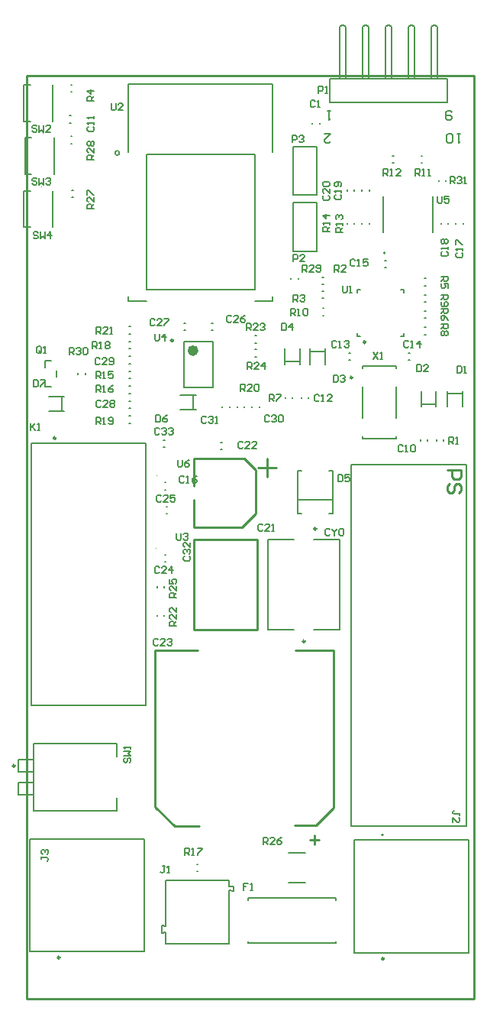
<source format=gto>
G04*
G04 #@! TF.GenerationSoftware,Altium Limited,Altium Designer,20.2.8 (258)*
G04*
G04 Layer_Color=65535*
%FSLAX25Y25*%
%MOIN*%
G70*
G04*
G04 #@! TF.SameCoordinates,1A047D9A-836D-465F-8526-38319891AFC0*
G04*
G04*
G04 #@! TF.FilePolarity,Positive*
G04*
G01*
G75*
%ADD10C,0.00500*%
%ADD11C,0.00394*%
%ADD12C,0.00984*%
%ADD13C,0.00787*%
%ADD14C,0.02362*%
%ADD15C,0.01000*%
%ADD16C,0.00600*%
D10*
X555539Y466319D02*
G03*
X555539Y466319I-984J0D01*
G01*
X614595Y401850D02*
X622469D01*
Y403819D01*
X559476Y401850D02*
X567350D01*
X559476D02*
Y403819D01*
X622469Y466811D02*
Y496339D01*
X559476D02*
X622469D01*
X559476Y466811D02*
Y496339D01*
X567350Y406732D02*
Y465787D01*
Y406732D02*
X614595D01*
Y465787D01*
X567350D02*
X614595D01*
X629457Y161114D02*
X636543D01*
X629457Y147886D02*
X636543D01*
X656539Y172760D02*
X706933D01*
X656539D02*
Y330240D01*
X706933D01*
Y172760D02*
Y330240D01*
X692317Y431646D02*
Y447354D01*
X670683Y431646D02*
Y447354D01*
X700001Y453000D02*
Y456000D01*
X701501D01*
X702001Y455500D01*
Y454500D01*
X701501Y454000D01*
X700001D01*
X701001D02*
X702001Y453000D01*
X703000Y455500D02*
X703500Y456000D01*
X704500D01*
X704999Y455500D01*
Y455000D01*
X704500Y454500D01*
X704000D01*
X704500D01*
X704999Y454000D01*
Y453500D01*
X704500Y453000D01*
X703500D01*
X703000Y453500D01*
X705999Y453000D02*
X706999D01*
X706499D01*
Y456000D01*
X705999Y455500D01*
X552001Y487999D02*
Y485500D01*
X552501Y485001D01*
X553500D01*
X554000Y485500D01*
Y487999D01*
X556999Y485001D02*
X555000D01*
X556999Y487000D01*
Y487500D01*
X556499Y487999D01*
X555500D01*
X555000Y487500D01*
X581001Y332500D02*
Y330000D01*
X581501Y329501D01*
X582500D01*
X583000Y330000D01*
Y332500D01*
X585999D02*
X585000Y332000D01*
X584000Y331000D01*
Y330000D01*
X584500Y329501D01*
X585499D01*
X585999Y330000D01*
Y330500D01*
X585499Y331000D01*
X584000D01*
X704149Y177500D02*
Y178499D01*
Y178000D01*
X701650D01*
X701150Y178499D01*
Y178999D01*
X701650Y179499D01*
X701150Y174501D02*
Y176500D01*
X703149Y174501D01*
X703649D01*
X704149Y175001D01*
Y176000D01*
X703649Y176500D01*
X618300Y164700D02*
Y167699D01*
X619800D01*
X620299Y167199D01*
Y166200D01*
X619800Y165700D01*
X618300D01*
X619300D02*
X620299Y164700D01*
X623298D02*
X621299D01*
X623298Y166699D01*
Y167199D01*
X622798Y167699D01*
X621799D01*
X621299Y167199D01*
X626297Y167699D02*
X625298Y167199D01*
X624298Y166200D01*
Y165200D01*
X624798Y164700D01*
X625798D01*
X626297Y165200D01*
Y165700D01*
X625798Y166200D01*
X624298D01*
X520001Y431500D02*
X519501Y431999D01*
X518501D01*
X518001Y431500D01*
Y431000D01*
X518501Y430500D01*
X519501D01*
X520001Y430000D01*
Y429500D01*
X519501Y429001D01*
X518501D01*
X518001Y429500D01*
X521000Y431999D02*
Y429001D01*
X522000Y430000D01*
X523000Y429001D01*
Y431999D01*
X525499Y429001D02*
Y431999D01*
X523999Y430500D01*
X525999D01*
X519501Y455000D02*
X519001Y455500D01*
X518001D01*
X517501Y455000D01*
Y454500D01*
X518001Y454000D01*
X519001D01*
X519501Y453500D01*
Y453000D01*
X519001Y452500D01*
X518001D01*
X517501Y453000D01*
X520500Y455500D02*
Y452500D01*
X521500Y453500D01*
X522500Y452500D01*
Y455500D01*
X523499Y455000D02*
X523999Y455500D01*
X524999D01*
X525499Y455000D01*
Y454500D01*
X524999Y454000D01*
X524499D01*
X524999D01*
X525499Y453500D01*
Y453000D01*
X524999Y452500D01*
X523999D01*
X523499Y453000D01*
X533600Y378500D02*
Y381499D01*
X535100D01*
X535599Y380999D01*
Y379999D01*
X535100Y379500D01*
X533600D01*
X534600D02*
X535599Y378500D01*
X536599Y380999D02*
X537099Y381499D01*
X538098D01*
X538598Y380999D01*
Y380499D01*
X538098Y379999D01*
X537599D01*
X538098D01*
X538598Y379500D01*
Y379000D01*
X538098Y378500D01*
X537099D01*
X536599Y379000D01*
X539598Y380999D02*
X540098Y381499D01*
X541098D01*
X541597Y380999D01*
Y379000D01*
X541098Y378500D01*
X540098D01*
X539598Y379000D01*
Y380999D01*
X635501Y414501D02*
Y417499D01*
X637001D01*
X637501Y417000D01*
Y416000D01*
X637001Y415500D01*
X635501D01*
X636501D02*
X637501Y414501D01*
X640500D02*
X638500D01*
X640500Y416500D01*
Y417000D01*
X640000Y417499D01*
X639000D01*
X638500Y417000D01*
X641499Y415000D02*
X641999Y414501D01*
X642999D01*
X643499Y415000D01*
Y417000D01*
X642999Y417499D01*
X641999D01*
X641499Y417000D01*
Y416500D01*
X641999Y416000D01*
X643499D01*
X544499Y463501D02*
X541501D01*
Y465001D01*
X542000Y465501D01*
X543000D01*
X543500Y465001D01*
Y463501D01*
Y464501D02*
X544499Y465501D01*
Y468500D02*
Y466500D01*
X542500Y468500D01*
X542000D01*
X541501Y468000D01*
Y467000D01*
X542000Y466500D01*
Y469499D02*
X541501Y469999D01*
Y470999D01*
X542000Y471499D01*
X542500D01*
X543000Y470999D01*
X543500Y471499D01*
X544000D01*
X544499Y470999D01*
Y469999D01*
X544000Y469499D01*
X543500D01*
X543000Y469999D01*
X542500Y469499D01*
X542000D01*
X543000Y469999D02*
Y470999D01*
X544499Y442001D02*
X541501D01*
Y443501D01*
X542000Y444001D01*
X543000D01*
X543500Y443501D01*
Y442001D01*
Y443001D02*
X544499Y444001D01*
Y447000D02*
Y445000D01*
X542500Y447000D01*
X542000D01*
X541501Y446500D01*
Y445500D01*
X542000Y445000D01*
X541501Y447999D02*
Y449999D01*
X542000D01*
X544000Y447999D01*
X544499D01*
X517900Y367199D02*
Y364200D01*
X519399D01*
X519899Y364700D01*
Y366699D01*
X519399Y367199D01*
X517900D01*
X520899D02*
X522898D01*
Y366699D01*
X520899Y364700D01*
Y364200D01*
X573001Y346000D02*
X572501Y346499D01*
X571501D01*
X571001Y346000D01*
Y344000D01*
X571501Y343500D01*
X572501D01*
X573001Y344000D01*
X574000Y346000D02*
X574500Y346499D01*
X575500D01*
X576000Y346000D01*
Y345500D01*
X575500Y345000D01*
X575000D01*
X575500D01*
X576000Y344500D01*
Y344000D01*
X575500Y343500D01*
X574500D01*
X574000Y344000D01*
X576999Y346000D02*
X577499Y346499D01*
X578499D01*
X578999Y346000D01*
Y345500D01*
X578499Y345000D01*
X577999D01*
X578499D01*
X578999Y344500D01*
Y344000D01*
X578499Y343500D01*
X577499D01*
X576999Y344000D01*
X694501Y447500D02*
Y445000D01*
X695001Y444500D01*
X696000D01*
X696500Y445000D01*
Y447500D01*
X699499D02*
X697500D01*
Y446000D01*
X698499Y446500D01*
X698999D01*
X699499Y446000D01*
Y445000D01*
X698999Y444500D01*
X698000D01*
X697500Y445000D01*
X571001Y387499D02*
Y385000D01*
X571501Y384501D01*
X572500D01*
X573000Y385000D01*
Y387499D01*
X575499Y384501D02*
Y387499D01*
X574000Y386000D01*
X575999D01*
X580501Y300500D02*
Y298000D01*
X581001Y297500D01*
X582000D01*
X582500Y298000D01*
Y300500D01*
X583500Y300000D02*
X584000Y300500D01*
X584999D01*
X585499Y300000D01*
Y299500D01*
X584999Y299000D01*
X584500D01*
X584999D01*
X585499Y298500D01*
Y298000D01*
X584999Y297500D01*
X584000D01*
X583500Y298000D01*
X580500Y272501D02*
X577500D01*
Y274001D01*
X578000Y274501D01*
X579000D01*
X579500Y274001D01*
Y272501D01*
Y273501D02*
X580500Y274501D01*
Y277500D02*
Y275500D01*
X578500Y277500D01*
X578000D01*
X577500Y277000D01*
Y276000D01*
X578000Y275500D01*
X577500Y280499D02*
Y278499D01*
X579000D01*
X578500Y279499D01*
Y279999D01*
X579000Y280499D01*
X580000D01*
X580500Y279999D01*
Y278999D01*
X580000Y278499D01*
X611501Y372001D02*
Y374999D01*
X613001D01*
X613501Y374500D01*
Y373500D01*
X613001Y373000D01*
X611501D01*
X612501D02*
X613501Y372001D01*
X616500D02*
X614500D01*
X616500Y374000D01*
Y374500D01*
X616000Y374999D01*
X615000D01*
X614500Y374500D01*
X618999Y372001D02*
Y374999D01*
X617499Y373500D01*
X619499D01*
X611001Y389001D02*
Y392000D01*
X612501D01*
X613001Y391500D01*
Y390500D01*
X612501Y390000D01*
X611001D01*
X612001D02*
X613001Y389001D01*
X616000D02*
X614000D01*
X616000Y391000D01*
Y391500D01*
X615500Y392000D01*
X614500D01*
X614000Y391500D01*
X616999D02*
X617499Y392000D01*
X618499D01*
X618999Y391500D01*
Y391000D01*
X618499Y390500D01*
X617999D01*
X618499D01*
X618999Y390000D01*
Y389500D01*
X618499Y389001D01*
X617499D01*
X616999Y389500D01*
X580500Y260001D02*
X577500D01*
Y261501D01*
X578000Y262001D01*
X579000D01*
X579500Y261501D01*
Y260001D01*
Y261001D02*
X580500Y262001D01*
Y265000D02*
Y263000D01*
X578500Y265000D01*
X578000D01*
X577500Y264500D01*
Y263500D01*
X578000Y263000D01*
X580500Y267999D02*
Y265999D01*
X578500Y267999D01*
X578000D01*
X577500Y267499D01*
Y266499D01*
X578000Y265999D01*
X545501Y387501D02*
Y390499D01*
X547001D01*
X547501Y390000D01*
Y389000D01*
X547001Y388500D01*
X545501D01*
X546501D02*
X547501Y387501D01*
X550499D02*
X548500D01*
X550499Y389500D01*
Y390000D01*
X550000Y390499D01*
X549000D01*
X548500Y390000D01*
X551499Y387501D02*
X552499D01*
X551999D01*
Y390499D01*
X551499Y390000D01*
X608501Y362501D02*
Y365499D01*
X610001D01*
X610501Y365000D01*
Y364000D01*
X610001Y363500D01*
X608501D01*
X609501D02*
X610501Y362501D01*
X613500D02*
X611500D01*
X613500Y364500D01*
Y365000D01*
X613000Y365499D01*
X612000D01*
X611500Y365000D01*
X614499D02*
X614999Y365499D01*
X615999D01*
X616499Y365000D01*
Y363000D01*
X615999Y362501D01*
X614999D01*
X614499Y363000D01*
Y365000D01*
X545251Y348001D02*
Y350999D01*
X546751D01*
X547251Y350500D01*
Y349500D01*
X546751Y349000D01*
X545251D01*
X546251D02*
X547251Y348001D01*
X548250D02*
X549250D01*
X548750D01*
Y350999D01*
X548250Y350500D01*
X550749Y348500D02*
X551249Y348001D01*
X552249D01*
X552749Y348500D01*
Y350500D01*
X552249Y350999D01*
X551249D01*
X550749Y350500D01*
Y350000D01*
X551249Y349500D01*
X552749D01*
X543751Y381000D02*
Y383999D01*
X545251D01*
X545751Y383500D01*
Y382500D01*
X545251Y382000D01*
X543751D01*
X544751D02*
X545751Y381000D01*
X546750D02*
X547750D01*
X547250D01*
Y383999D01*
X546750Y383500D01*
X549249D02*
X549749Y383999D01*
X550749D01*
X551249Y383500D01*
Y383000D01*
X550749Y382500D01*
X551249Y382000D01*
Y381500D01*
X550749Y381000D01*
X549749D01*
X549249Y381500D01*
Y382000D01*
X549749Y382500D01*
X549249Y383000D01*
Y383500D01*
X549749Y382500D02*
X550749D01*
X584100Y160100D02*
Y163099D01*
X585600D01*
X586099Y162599D01*
Y161600D01*
X585600Y161100D01*
X584100D01*
X585100D02*
X586099Y160100D01*
X587099D02*
X588099D01*
X587599D01*
Y163099D01*
X587099Y162599D01*
X589598Y163099D02*
X591598D01*
Y162599D01*
X589598Y160600D01*
Y160100D01*
X545251Y362000D02*
Y365000D01*
X546751D01*
X547251Y364500D01*
Y363500D01*
X546751Y363000D01*
X545251D01*
X546251D02*
X547251Y362000D01*
X548250D02*
X549250D01*
X548750D01*
Y365000D01*
X548250Y364500D01*
X552749Y365000D02*
X551749Y364500D01*
X550749Y363500D01*
Y362500D01*
X551249Y362000D01*
X552249D01*
X552749Y362500D01*
Y363000D01*
X552249Y363500D01*
X550749D01*
X545251Y368001D02*
Y371000D01*
X546751D01*
X547251Y370500D01*
Y369500D01*
X546751Y369000D01*
X545251D01*
X546251D02*
X547251Y368001D01*
X548250D02*
X549250D01*
X548750D01*
Y371000D01*
X548250Y370500D01*
X552749Y371000D02*
X550749D01*
Y369500D01*
X551749Y370000D01*
X552249D01*
X552749Y369500D01*
Y368500D01*
X552249Y368001D01*
X551249D01*
X550749Y368500D01*
X647293Y432058D02*
X644293D01*
Y433558D01*
X644793Y434058D01*
X645793D01*
X646293Y433558D01*
Y432058D01*
Y433058D02*
X647293Y434058D01*
Y435057D02*
Y436057D01*
Y435557D01*
X644293D01*
X644793Y435057D01*
X647293Y439056D02*
X644293D01*
X645793Y437556D01*
Y439556D01*
X653007Y431858D02*
X650007D01*
Y433358D01*
X650507Y433857D01*
X651507D01*
X652007Y433358D01*
Y431858D01*
Y432858D02*
X653007Y433857D01*
Y434857D02*
Y435857D01*
Y435357D01*
X650007D01*
X650507Y434857D01*
Y437356D02*
X650007Y437856D01*
Y438856D01*
X650507Y439356D01*
X651007D01*
X651507Y438856D01*
Y438356D01*
Y438856D01*
X652007Y439356D01*
X652507D01*
X653007Y438856D01*
Y437856D01*
X652507Y437356D01*
X670751Y456500D02*
Y459500D01*
X672251D01*
X672751Y459000D01*
Y458000D01*
X672251Y457500D01*
X670751D01*
X671751D02*
X672751Y456500D01*
X673750D02*
X674750D01*
X674250D01*
Y459500D01*
X673750Y459000D01*
X678249Y456500D02*
X676249D01*
X678249Y458500D01*
Y459000D01*
X677749Y459500D01*
X676749D01*
X676249Y459000D01*
X684751Y456500D02*
Y459500D01*
X686251D01*
X686750Y459000D01*
Y458000D01*
X686251Y457500D01*
X684751D01*
X685751D02*
X686750Y456500D01*
X687750D02*
X688750D01*
X688250D01*
Y459500D01*
X687750Y459000D01*
X690249Y456500D02*
X691249D01*
X690749D01*
Y459500D01*
X690249Y459000D01*
X521399Y379500D02*
Y381499D01*
X520899Y381999D01*
X519900D01*
X519400Y381499D01*
Y379500D01*
X519900Y379000D01*
X520899D01*
X520400Y380000D02*
X521399Y379000D01*
X520899D02*
X521399Y379500D01*
X522399Y379000D02*
X523399D01*
X522899D01*
Y381999D01*
X522399Y381499D01*
X631001Y471000D02*
Y474000D01*
X632500D01*
X633000Y473500D01*
Y472500D01*
X632500Y472000D01*
X631001D01*
X634000Y473500D02*
X634500Y474000D01*
X635499D01*
X635999Y473500D01*
Y473000D01*
X635499Y472500D01*
X635000D01*
X635499D01*
X635999Y472000D01*
Y471500D01*
X635499Y471000D01*
X634500D01*
X634000Y471500D01*
X631501Y419000D02*
Y422000D01*
X633000D01*
X633500Y421500D01*
Y420500D01*
X633000Y420000D01*
X631501D01*
X636499Y419000D02*
X634500D01*
X636499Y421000D01*
Y421500D01*
X635999Y422000D01*
X635000D01*
X634500Y421500D01*
X516700Y348399D02*
Y345400D01*
Y346400D01*
X518699Y348399D01*
X517200Y346900D01*
X518699Y345400D01*
X519699D02*
X520699D01*
X520199D01*
Y348399D01*
X519699Y347899D01*
X521500Y159500D02*
Y158501D01*
Y159000D01*
X524000D01*
X524500Y158501D01*
Y158001D01*
X524000Y157501D01*
X522000Y160500D02*
X521500Y161000D01*
Y161999D01*
X522000Y162499D01*
X522500D01*
X523000Y161999D01*
Y161500D01*
Y161999D01*
X523500Y162499D01*
X524000D01*
X524500Y161999D01*
Y161000D01*
X524000Y160500D01*
X575499Y155299D02*
X574500D01*
X575000D01*
Y152800D01*
X574500Y152300D01*
X574000D01*
X573500Y152800D01*
X576499Y152300D02*
X577499D01*
X576999D01*
Y155299D01*
X576499Y154799D01*
X611799Y147699D02*
X609800D01*
Y146200D01*
X610800D01*
X609800D01*
Y144700D01*
X612799D02*
X613799D01*
X613299D01*
Y147699D01*
X612799Y147199D01*
X571501Y351999D02*
Y349001D01*
X573000D01*
X573500Y349500D01*
Y351500D01*
X573000Y351999D01*
X571501D01*
X576499D02*
X575499Y351500D01*
X574500Y350500D01*
Y349500D01*
X575000Y349001D01*
X575999D01*
X576499Y349500D01*
Y350000D01*
X575999Y350500D01*
X574500D01*
X651001Y325999D02*
Y323001D01*
X652500D01*
X653000Y323500D01*
Y325500D01*
X652500Y325999D01*
X651001D01*
X655999D02*
X654000D01*
Y324500D01*
X654999Y325000D01*
X655499D01*
X655999Y324500D01*
Y323500D01*
X655499Y323001D01*
X654500D01*
X654000Y323500D01*
X647501Y302000D02*
X647001Y302500D01*
X646001D01*
X645501Y302000D01*
Y300000D01*
X646001Y299500D01*
X647001D01*
X647501Y300000D01*
X648500Y302500D02*
Y302000D01*
X649500Y301000D01*
X650500Y302000D01*
Y302500D01*
X649500Y301000D02*
Y299500D01*
X651499Y302000D02*
X651999Y302500D01*
X652999D01*
X653499Y302000D01*
Y300000D01*
X652999Y299500D01*
X651999D01*
X651499Y300000D01*
Y302000D01*
X584000Y290501D02*
X583500Y290001D01*
Y289001D01*
X584000Y288501D01*
X586000D01*
X586500Y289001D01*
Y290001D01*
X586000Y290501D01*
X584000Y291500D02*
X583500Y292000D01*
Y293000D01*
X584000Y293500D01*
X584500D01*
X585000Y293000D01*
Y292500D01*
Y293000D01*
X585500Y293500D01*
X586000D01*
X586500Y293000D01*
Y292000D01*
X586000Y291500D01*
X586500Y296499D02*
Y294499D01*
X584500Y296499D01*
X584000D01*
X583500Y295999D01*
Y294999D01*
X584000Y294499D01*
X593501Y351000D02*
X593001Y351500D01*
X592001D01*
X591501Y351000D01*
Y349000D01*
X592001Y348500D01*
X593001D01*
X593501Y349000D01*
X594500Y351000D02*
X595000Y351500D01*
X596000D01*
X596499Y351000D01*
Y350500D01*
X596000Y350000D01*
X595500D01*
X596000D01*
X596499Y349500D01*
Y349000D01*
X596000Y348500D01*
X595000D01*
X594500Y349000D01*
X597499Y348500D02*
X598499D01*
X597999D01*
Y351500D01*
X597499Y351000D01*
X621001Y351500D02*
X620501Y351999D01*
X619501D01*
X619001Y351500D01*
Y349500D01*
X619501Y349001D01*
X620501D01*
X621001Y349500D01*
X622000Y351500D02*
X622500Y351999D01*
X623500D01*
X624000Y351500D01*
Y351000D01*
X623500Y350500D01*
X623000D01*
X623500D01*
X624000Y350000D01*
Y349500D01*
X623500Y349001D01*
X622500D01*
X622000Y349500D01*
X624999Y351500D02*
X625499Y351999D01*
X626499D01*
X626999Y351500D01*
Y349500D01*
X626499Y349001D01*
X625499D01*
X624999Y349500D01*
Y351500D01*
X547001Y376500D02*
X546501Y376999D01*
X545501D01*
X545001Y376500D01*
Y374500D01*
X545501Y374001D01*
X546501D01*
X547001Y374500D01*
X550000Y374001D02*
X548000D01*
X550000Y376000D01*
Y376500D01*
X549500Y376999D01*
X548500D01*
X548000Y376500D01*
X550999Y374500D02*
X551499Y374001D01*
X552499D01*
X552999Y374500D01*
Y376500D01*
X552499Y376999D01*
X551499D01*
X550999Y376500D01*
Y376000D01*
X551499Y375500D01*
X552999D01*
X547501Y358000D02*
X547001Y358500D01*
X546001D01*
X545501Y358000D01*
Y356000D01*
X546001Y355501D01*
X547001D01*
X547501Y356000D01*
X550500Y355501D02*
X548500D01*
X550500Y357500D01*
Y358000D01*
X550000Y358500D01*
X549000D01*
X548500Y358000D01*
X551499D02*
X551999Y358500D01*
X552999D01*
X553499Y358000D01*
Y357500D01*
X552999Y357000D01*
X553499Y356500D01*
Y356000D01*
X552999Y355501D01*
X551999D01*
X551499Y356000D01*
Y356500D01*
X551999Y357000D01*
X551499Y357500D01*
Y358000D01*
X551999Y357000D02*
X552999D01*
X571001Y393500D02*
X570501Y394000D01*
X569501D01*
X569001Y393500D01*
Y391500D01*
X569501Y391001D01*
X570501D01*
X571001Y391500D01*
X574000Y391001D02*
X572000D01*
X574000Y393000D01*
Y393500D01*
X573500Y394000D01*
X572500D01*
X572000Y393500D01*
X574999Y394000D02*
X576999D01*
Y393500D01*
X574999Y391500D01*
Y391001D01*
X604501Y395000D02*
X604001Y395499D01*
X603001D01*
X602501Y395000D01*
Y393000D01*
X603001Y392500D01*
X604001D01*
X604501Y393000D01*
X607500Y392500D02*
X605500D01*
X607500Y394500D01*
Y395000D01*
X607000Y395499D01*
X606000D01*
X605500Y395000D01*
X610499Y395499D02*
X609499Y395000D01*
X608499Y394000D01*
Y393000D01*
X608999Y392500D01*
X609999D01*
X610499Y393000D01*
Y393500D01*
X609999Y394000D01*
X608499D01*
X573779Y316568D02*
X573279Y317068D01*
X572279D01*
X571779Y316568D01*
Y314569D01*
X572279Y314069D01*
X573279D01*
X573779Y314569D01*
X576778Y314069D02*
X574778D01*
X576778Y316068D01*
Y316568D01*
X576278Y317068D01*
X575278D01*
X574778Y316568D01*
X579777Y317068D02*
X577777D01*
Y315568D01*
X578777Y316068D01*
X579277D01*
X579777Y315568D01*
Y314569D01*
X579277Y314069D01*
X578277D01*
X577777Y314569D01*
X573001Y285500D02*
X572501Y285999D01*
X571501D01*
X571001Y285500D01*
Y283500D01*
X571501Y283000D01*
X572501D01*
X573001Y283500D01*
X576000Y283000D02*
X574000D01*
X576000Y285000D01*
Y285500D01*
X575500Y285999D01*
X574500D01*
X574000Y285500D01*
X578499Y283000D02*
Y285999D01*
X576999Y284500D01*
X578999D01*
X572501Y254000D02*
X572001Y254500D01*
X571001D01*
X570501Y254000D01*
Y252000D01*
X571001Y251501D01*
X572001D01*
X572501Y252000D01*
X575500Y251501D02*
X573500D01*
X575500Y253500D01*
Y254000D01*
X575000Y254500D01*
X574000D01*
X573500Y254000D01*
X576499D02*
X576999Y254500D01*
X577999D01*
X578499Y254000D01*
Y253500D01*
X577999Y253000D01*
X577499D01*
X577999D01*
X578499Y252500D01*
Y252000D01*
X577999Y251501D01*
X576999D01*
X576499Y252000D01*
X609501Y340000D02*
X609001Y340499D01*
X608001D01*
X607501Y340000D01*
Y338000D01*
X608001Y337501D01*
X609001D01*
X609501Y338000D01*
X612500Y337501D02*
X610500D01*
X612500Y339500D01*
Y340000D01*
X612000Y340499D01*
X611000D01*
X610500Y340000D01*
X615499Y337501D02*
X613499D01*
X615499Y339500D01*
Y340000D01*
X614999Y340499D01*
X613999D01*
X613499Y340000D01*
X618162Y304000D02*
X617662Y304500D01*
X616662D01*
X616163Y304000D01*
Y302000D01*
X616662Y301501D01*
X617662D01*
X618162Y302000D01*
X621161Y301501D02*
X619162D01*
X621161Y303500D01*
Y304000D01*
X620661Y304500D01*
X619661D01*
X619162Y304000D01*
X622161Y301501D02*
X623160D01*
X622660D01*
Y304500D01*
X622161Y304000D01*
X644793Y447701D02*
X644293Y447201D01*
Y446201D01*
X644793Y445701D01*
X646793D01*
X647293Y446201D01*
Y447201D01*
X646793Y447701D01*
X647293Y450700D02*
Y448700D01*
X645293Y450700D01*
X644793D01*
X644293Y450200D01*
Y449200D01*
X644793Y448700D01*
Y451699D02*
X644293Y452199D01*
Y453199D01*
X644793Y453699D01*
X646793D01*
X647293Y453199D01*
Y452199D01*
X646793Y451699D01*
X644793D01*
X650000Y448051D02*
X649501Y447551D01*
Y446551D01*
X650000Y446051D01*
X652000D01*
X652499Y446551D01*
Y447551D01*
X652000Y448051D01*
X652499Y449050D02*
Y450050D01*
Y449550D01*
X649501D01*
X650000Y449050D01*
X652000Y451549D02*
X652499Y452049D01*
Y453049D01*
X652000Y453549D01*
X650000D01*
X649501Y453049D01*
Y452049D01*
X650000Y451549D01*
X650500D01*
X651000Y452049D01*
Y453549D01*
X696500Y423251D02*
X696000Y422751D01*
Y421751D01*
X696500Y421251D01*
X698500D01*
X699000Y421751D01*
Y422751D01*
X698500Y423251D01*
X699000Y424250D02*
Y425250D01*
Y424750D01*
X696000D01*
X696500Y424250D01*
Y426749D02*
X696000Y427249D01*
Y428249D01*
X696500Y428749D01*
X697000D01*
X697500Y428249D01*
X698000Y428749D01*
X698500D01*
X699000Y428249D01*
Y427249D01*
X698500Y426749D01*
X698000D01*
X697500Y427249D01*
X697000Y426749D01*
X696500D01*
X697500Y427249D02*
Y428249D01*
X703000Y422751D02*
X702500Y422251D01*
Y421251D01*
X703000Y420751D01*
X705000D01*
X705500Y421251D01*
Y422251D01*
X705000Y422751D01*
X705500Y423750D02*
Y424750D01*
Y424250D01*
X702500D01*
X703000Y423750D01*
X702500Y426249D02*
Y428249D01*
X703000D01*
X705000Y426249D01*
X705500D01*
X666501Y379500D02*
X668500Y376501D01*
Y379500D02*
X666501Y376501D01*
X669500D02*
X670499D01*
X670000D01*
Y379500D01*
X669500Y379000D01*
X653001Y408499D02*
Y406000D01*
X653501Y405501D01*
X654500D01*
X655000Y406000D01*
Y408499D01*
X656000Y405501D02*
X656999D01*
X656499D01*
Y408499D01*
X656000Y408000D01*
X519501Y478000D02*
X519001Y478500D01*
X518001D01*
X517501Y478000D01*
Y477500D01*
X518001Y477000D01*
X519001D01*
X519501Y476500D01*
Y476000D01*
X519001Y475500D01*
X518001D01*
X517501Y476000D01*
X520500Y478500D02*
Y475500D01*
X521500Y476500D01*
X522500Y475500D01*
Y478500D01*
X525499Y475500D02*
X523499D01*
X525499Y477500D01*
Y478000D01*
X524999Y478500D01*
X523999D01*
X523499Y478000D01*
X558000Y202501D02*
X557501Y202001D01*
Y201001D01*
X558000Y200501D01*
X558500D01*
X559000Y201001D01*
Y202001D01*
X559500Y202501D01*
X560000D01*
X560499Y202001D01*
Y201001D01*
X560000Y200501D01*
X557501Y203500D02*
X560499D01*
X559500Y204500D01*
X560499Y205500D01*
X557501D01*
X560499Y206499D02*
Y207499D01*
Y206999D01*
X557501D01*
X558000Y206499D01*
X630251Y395500D02*
Y398499D01*
X631751D01*
X632251Y398000D01*
Y397000D01*
X631751Y396500D01*
X630251D01*
X631251D02*
X632251Y395500D01*
X633250D02*
X634250D01*
X633750D01*
Y398499D01*
X633250Y398000D01*
X635749D02*
X636249Y398499D01*
X637249D01*
X637749Y398000D01*
Y396000D01*
X637249Y395500D01*
X636249D01*
X635749Y396000D01*
Y398000D01*
X696000Y404396D02*
X699000D01*
Y402896D01*
X698500Y402396D01*
X697500D01*
X697000Y402896D01*
Y404396D01*
Y403396D02*
X696000Y402396D01*
X696500Y401397D02*
X696000Y400897D01*
Y399897D01*
X696500Y399397D01*
X698500D01*
X699000Y399897D01*
Y400897D01*
X698500Y401397D01*
X698000D01*
X697500Y400897D01*
Y399397D01*
X696000Y391689D02*
X699000D01*
Y390190D01*
X698500Y389690D01*
X697500D01*
X697000Y390190D01*
Y391689D01*
Y390689D02*
X696000Y389690D01*
X698500Y388690D02*
X699000Y388190D01*
Y387191D01*
X698500Y386691D01*
X698000D01*
X697500Y387191D01*
X697000Y386691D01*
X696500D01*
X696000Y387191D01*
Y388190D01*
X696500Y388690D01*
X697000D01*
X697500Y388190D01*
X698000Y388690D01*
X698500D01*
X697500Y388190D02*
Y387191D01*
X621001Y358000D02*
Y360999D01*
X622500D01*
X623000Y360500D01*
Y359500D01*
X622500Y359000D01*
X621001D01*
X622001D02*
X623000Y358000D01*
X624000Y360999D02*
X625999D01*
Y360500D01*
X624000Y358500D01*
Y358000D01*
X696000Y398499D02*
X699000D01*
Y397000D01*
X698500Y396500D01*
X697500D01*
X697000Y397000D01*
Y398499D01*
Y397499D02*
X696000Y396500D01*
X699000Y393501D02*
X698500Y394500D01*
X697500Y395500D01*
X696500D01*
X696000Y395000D01*
Y394001D01*
X696500Y393501D01*
X697000D01*
X697500Y394001D01*
Y395500D01*
X696000Y412499D02*
X699000D01*
Y411000D01*
X698500Y410500D01*
X697500D01*
X697000Y411000D01*
Y412499D01*
Y411500D02*
X696000Y410500D01*
X699000Y407501D02*
Y409500D01*
X697500D01*
X698000Y408500D01*
Y408001D01*
X697500Y407501D01*
X696500D01*
X696000Y408001D01*
Y409000D01*
X696500Y409500D01*
X544499Y489001D02*
X541501D01*
Y490500D01*
X542000Y491000D01*
X543000D01*
X543500Y490500D01*
Y489001D01*
Y490000D02*
X544499Y491000D01*
Y493499D02*
X541501D01*
X543000Y492000D01*
Y493999D01*
X631501Y401501D02*
Y404499D01*
X633000D01*
X633500Y404000D01*
Y403000D01*
X633000Y402500D01*
X631501D01*
X632501D02*
X633500Y401501D01*
X634500Y404000D02*
X635000Y404499D01*
X635999D01*
X636499Y404000D01*
Y403500D01*
X635999Y403000D01*
X635499D01*
X635999D01*
X636499Y402500D01*
Y402000D01*
X635999Y401501D01*
X635000D01*
X634500Y402000D01*
X649501Y414501D02*
Y417499D01*
X651000D01*
X651500Y417000D01*
Y416000D01*
X651000Y415500D01*
X649501D01*
X650500D02*
X651500Y414501D01*
X654499D02*
X652500D01*
X654499Y416500D01*
Y417000D01*
X653999Y417499D01*
X653000D01*
X652500Y417000D01*
X699501Y339500D02*
Y342499D01*
X701000D01*
X701500Y342000D01*
Y341000D01*
X701000Y340500D01*
X699501D01*
X700500D02*
X701500Y339500D01*
X702500D02*
X703499D01*
X702999D01*
Y342499D01*
X702500Y342000D01*
X642501Y492500D02*
Y495500D01*
X644000D01*
X644500Y495000D01*
Y494000D01*
X644000Y493500D01*
X642501D01*
X645500Y492500D02*
X646499D01*
X645999D01*
Y495500D01*
X645500Y495000D01*
X626501Y392000D02*
Y389001D01*
X628000D01*
X628500Y389500D01*
Y391500D01*
X628000Y392000D01*
X626501D01*
X630999Y389001D02*
Y392000D01*
X629500Y390500D01*
X631499D01*
X649001Y369499D02*
Y366500D01*
X650500D01*
X651000Y367000D01*
Y369000D01*
X650500Y369499D01*
X649001D01*
X652000Y369000D02*
X652500Y369499D01*
X653499D01*
X653999Y369000D01*
Y368500D01*
X653499Y368000D01*
X652999D01*
X653499D01*
X653999Y367500D01*
Y367000D01*
X653499Y366500D01*
X652500D01*
X652000Y367000D01*
X685501Y374000D02*
Y371001D01*
X687000D01*
X687500Y371500D01*
Y373500D01*
X687000Y374000D01*
X685501D01*
X690499Y371001D02*
X688500D01*
X690499Y373000D01*
Y373500D01*
X689999Y374000D01*
X689000D01*
X688500Y373500D01*
X703001Y373499D02*
Y370500D01*
X704500D01*
X705000Y371000D01*
Y373000D01*
X704500Y373499D01*
X703001D01*
X706000Y370500D02*
X706999D01*
X706499D01*
Y373499D01*
X706000Y373000D01*
X583751Y325000D02*
X583251Y325500D01*
X582251D01*
X581751Y325000D01*
Y323000D01*
X582251Y322500D01*
X583251D01*
X583751Y323000D01*
X584750Y322500D02*
X585750D01*
X585250D01*
Y325500D01*
X584750Y325000D01*
X589249Y325500D02*
X588249Y325000D01*
X587249Y324000D01*
Y323000D01*
X587749Y322500D01*
X588749D01*
X589249Y323000D01*
Y323500D01*
X588749Y324000D01*
X587249D01*
X658451Y419400D02*
X657951Y419900D01*
X656951D01*
X656451Y419400D01*
Y417400D01*
X656951Y416900D01*
X657951D01*
X658451Y417400D01*
X659450Y416900D02*
X660450D01*
X659950D01*
Y419900D01*
X659450Y419400D01*
X663949Y419900D02*
X661949D01*
Y418400D01*
X662949Y418900D01*
X663449D01*
X663949Y418400D01*
Y417400D01*
X663449Y416900D01*
X662449D01*
X661949Y417400D01*
X681751Y384000D02*
X681251Y384500D01*
X680251D01*
X679751Y384000D01*
Y382000D01*
X680251Y381501D01*
X681251D01*
X681751Y382000D01*
X682750Y381501D02*
X683750D01*
X683250D01*
Y384500D01*
X682750Y384000D01*
X686749Y381501D02*
Y384500D01*
X685249Y383000D01*
X687249D01*
X650251Y384000D02*
X649751Y384500D01*
X648751D01*
X648251Y384000D01*
Y382000D01*
X648751Y381501D01*
X649751D01*
X650251Y382000D01*
X651250Y381501D02*
X652250D01*
X651750D01*
Y384500D01*
X651250Y384000D01*
X653749D02*
X654249Y384500D01*
X655249D01*
X655749Y384000D01*
Y383500D01*
X655249Y383000D01*
X654749D01*
X655249D01*
X655749Y382500D01*
Y382000D01*
X655249Y381501D01*
X654249D01*
X653749Y382000D01*
X642751Y360500D02*
X642251Y360999D01*
X641251D01*
X640751Y360500D01*
Y358500D01*
X641251Y358000D01*
X642251D01*
X642751Y358500D01*
X643750Y358000D02*
X644750D01*
X644250D01*
Y360999D01*
X643750Y360500D01*
X648249Y358000D02*
X646249D01*
X648249Y360000D01*
Y360500D01*
X647749Y360999D01*
X646749D01*
X646249Y360500D01*
X542000Y477750D02*
X541501Y477251D01*
Y476251D01*
X542000Y475751D01*
X544000D01*
X544499Y476251D01*
Y477251D01*
X544000Y477750D01*
X544499Y478750D02*
Y479750D01*
Y479250D01*
X541501D01*
X542000Y478750D01*
X544499Y481249D02*
Y482249D01*
Y481749D01*
X541501D01*
X542000Y481249D01*
X679251Y338500D02*
X678751Y339000D01*
X677751D01*
X677251Y338500D01*
Y336500D01*
X677751Y336000D01*
X678751D01*
X679251Y336500D01*
X680250Y336000D02*
X681250D01*
X680750D01*
Y339000D01*
X680250Y338500D01*
X682749D02*
X683249Y339000D01*
X684249D01*
X684749Y338500D01*
Y336500D01*
X684249Y336000D01*
X683249D01*
X682749Y336500D01*
Y338500D01*
X640965Y488778D02*
X640465Y489278D01*
X639465D01*
X638965Y488778D01*
Y486779D01*
X639465Y486279D01*
X640465D01*
X640965Y486779D01*
X641964Y486279D02*
X642964D01*
X642464D01*
Y489278D01*
X641964Y488778D01*
D11*
X571760Y325488D02*
G03*
X571760Y325488I-197J0D01*
G01*
Y293988D02*
G03*
X571760Y293988I-197J0D01*
G01*
X521697Y497843D02*
G03*
X521697Y497843I-197J0D01*
G01*
X522197Y474843D02*
G03*
X522197Y474843I-197J0D01*
G01*
X521697Y451650D02*
G03*
X521697Y451650I-197J0D01*
G01*
D12*
X527728Y341949D02*
G03*
X527728Y341949I-492J0D01*
G01*
X670992Y114839D02*
G03*
X670992Y114839I-492J0D01*
G01*
X641492Y302358D02*
G03*
X641492Y302358I-492J0D01*
G01*
X636492Y253295D02*
G03*
X636492Y253295I-492J0D01*
G01*
X578976Y384531D02*
G03*
X578976Y384531I-492J0D01*
G01*
X529492Y115339D02*
G03*
X529492Y115339I-492J0D01*
G01*
X657287Y368327D02*
G03*
X657287Y368327I-492J0D01*
G01*
X663004Y383803D02*
G03*
X663004Y383803I-492J0D01*
G01*
X509894Y199000D02*
G03*
X509894Y199000I-492J0D01*
G01*
D13*
X670713Y168823D02*
G03*
X670713Y168823I-394J0D01*
G01*
X671529Y422669D02*
G03*
X671529Y422669I-394J0D01*
G01*
X698175Y454103D02*
Y454497D01*
X695025Y454103D02*
Y454497D01*
X684260Y498795D02*
Y521335D01*
X681740Y498795D02*
Y521335D01*
X683472Y522122D02*
X684260Y521335D01*
X681740D02*
X682528Y522122D01*
X683472D01*
X664260Y498795D02*
Y521335D01*
X661740Y498795D02*
Y521335D01*
X663472Y522122D02*
X664260Y521335D01*
X661740D02*
X662528Y522122D01*
X663472D01*
X652528D02*
X653472D01*
X651740Y521335D02*
X652528Y522122D01*
X653472D02*
X654260Y521335D01*
X651740Y498795D02*
Y521335D01*
X654260Y498795D02*
Y521335D01*
X698591Y488205D02*
Y498795D01*
X647409D02*
X698591D01*
X647409Y488205D02*
Y498795D01*
Y488205D02*
X698591D01*
X672528Y522122D02*
X673472D01*
X671740Y521335D02*
X672528Y522122D01*
X673472D02*
X674260Y521335D01*
X671740Y498795D02*
Y521335D01*
X674260Y498795D02*
Y521335D01*
X692528Y522122D02*
X693472D01*
X691740Y521335D02*
X692528Y522122D01*
X693472D02*
X694260Y521335D01*
X691740Y498795D02*
Y521335D01*
X694260Y498795D02*
Y521335D01*
X641795Y447909D02*
Y469091D01*
X631205Y447909D02*
X641795D01*
X631205D02*
Y469091D01*
X641795D01*
X576081Y312143D02*
X576475D01*
X576081Y308994D02*
X576475D01*
X575303Y291075D02*
X575697D01*
X575303Y287925D02*
X575697D01*
X567000Y225413D02*
Y339587D01*
X517000Y225413D02*
X567000D01*
X517000D02*
Y339587D01*
X567000D01*
X575303Y319425D02*
X575697D01*
X575303Y322575D02*
X575697D01*
X658000Y117398D02*
X707999D01*
Y166610D01*
X658001D02*
X707999D01*
X658000Y117398D02*
Y166610D01*
X574803Y341075D02*
X575197D01*
X574803Y337925D02*
X575197D01*
X599803Y336925D02*
X600197D01*
X599803Y340075D02*
X600197D01*
X702425Y435303D02*
Y435697D01*
X705575Y435303D02*
Y435697D01*
X699075Y435303D02*
Y435697D01*
X695925Y435303D02*
Y435697D01*
X540575Y369803D02*
Y370197D01*
X537425Y369803D02*
Y370197D01*
X524555Y353811D02*
X531445D01*
X524555Y360189D02*
X531445D01*
X530205Y354047D02*
Y359953D01*
X522941Y364252D02*
X525589D01*
X522941Y372535D02*
Y375748D01*
Y364252D02*
Y367465D01*
Y375748D02*
X525589D01*
X528059Y368795D02*
Y371205D01*
X575075Y276803D02*
Y277197D01*
X571925Y276803D02*
Y277197D01*
X575075Y264303D02*
Y264697D01*
X571925Y264303D02*
Y264697D01*
X633244Y309150D02*
Y327850D01*
X646925D02*
X648756D01*
X633244D02*
X635075D01*
X648756Y309150D02*
Y327850D01*
X646925Y309150D02*
X648756D01*
X633244D02*
X635075D01*
X633559Y315055D02*
X648441D01*
X620252Y258315D02*
Y297685D01*
X651748Y258315D02*
Y297685D01*
X620252Y258315D02*
X631571D01*
X640429Y297685D02*
X651748D01*
X640429Y258315D02*
X651748D01*
X620252Y297685D02*
X631571D01*
X616575Y355303D02*
Y355697D01*
X613425Y355303D02*
Y355697D01*
X606925Y355303D02*
Y355697D01*
X610075Y355303D02*
Y355697D01*
X583803Y392075D02*
X584197D01*
X583803Y388925D02*
X584197D01*
X595803Y392075D02*
X596197D01*
X595803Y388925D02*
X596197D01*
X603575Y355303D02*
Y355697D01*
X600425Y355303D02*
Y355697D01*
X614803Y383425D02*
X615197D01*
X614803Y386575D02*
X615197D01*
X559803Y354925D02*
X560197D01*
X559803Y358075D02*
X560197D01*
X559803Y364575D02*
X560197D01*
X559803Y361425D02*
X560197D01*
X559803Y367925D02*
X560197D01*
X559803Y371075D02*
X560197D01*
X559803Y377575D02*
X560197D01*
X559803Y374425D02*
X560197D01*
X559803Y380925D02*
X560197D01*
X559803Y384075D02*
X560197D01*
X559803Y390575D02*
X560197D01*
X559803Y387425D02*
X560197D01*
X582055Y354311D02*
X588945D01*
X582055Y360689D02*
X588945D01*
X587705Y354547D02*
Y360453D01*
X559803Y351575D02*
X560197D01*
X559803Y348425D02*
X560197D01*
X614803Y377425D02*
X615197D01*
X614803Y380575D02*
X615197D01*
X583701Y363961D02*
X596299D01*
X583701Y384039D02*
X596299D01*
Y363961D02*
Y384039D01*
X583701Y363961D02*
Y384039D01*
X630425Y411303D02*
Y411697D01*
X633575Y411303D02*
Y411697D01*
X658075Y435303D02*
Y435697D01*
X654925Y435303D02*
Y435697D01*
X664575Y435303D02*
Y435697D01*
X661425Y435303D02*
Y435697D01*
X674803Y461925D02*
X675197D01*
X674803Y465075D02*
X675197D01*
X687303D02*
X687697D01*
X687303Y461925D02*
X687697D01*
X658075Y449803D02*
Y450197D01*
X654925Y449803D02*
Y450197D01*
X664575Y449803D02*
Y450197D01*
X661425Y449803D02*
Y450197D01*
X513823Y495874D02*
X516579D01*
X513823Y480126D02*
Y495874D01*
Y480126D02*
X516579D01*
X526421D02*
Y495874D01*
X514323Y472874D02*
X517079D01*
X514323Y457126D02*
Y472874D01*
Y457126D02*
X517079D01*
X526921D02*
Y472874D01*
X513823Y449681D02*
X516579D01*
X513823Y433933D02*
Y449681D01*
Y433933D02*
X516579D01*
X526421D02*
Y449681D01*
X516500Y117898D02*
Y167110D01*
X516501Y167110D02*
X566499D01*
Y117898D02*
Y167110D01*
X516500Y117898D02*
X566499D01*
X631205Y444591D02*
X641795D01*
X631205Y423410D02*
Y444591D01*
Y423410D02*
X641795D01*
Y444591D01*
X688803Y401322D02*
X689197D01*
X688803Y404471D02*
X689197D01*
X671503Y416325D02*
X671897D01*
X671503Y419475D02*
X671897D01*
X705189Y355555D02*
Y362445D01*
X698811Y355555D02*
Y362445D01*
X699047Y361205D02*
X704953D01*
X687311Y355555D02*
Y362445D01*
X693689Y355555D02*
Y362445D01*
X687547Y356795D02*
X693453D01*
X661520Y372461D02*
Y373248D01*
X676480D01*
Y372461D02*
Y373248D01*
X661520Y341752D02*
Y342539D01*
Y341752D02*
X676480D01*
Y342539D01*
X661520Y350807D02*
Y364193D01*
X676480Y350807D02*
Y364193D01*
X645189Y374055D02*
Y380945D01*
X638811Y374055D02*
Y380945D01*
X639047Y379705D02*
X644953D01*
X681803Y379075D02*
X682197D01*
X681803Y375925D02*
X682197D01*
X688803Y390265D02*
X689197D01*
X688803Y387115D02*
X689197D01*
X688803Y397368D02*
X689197D01*
X688803Y394218D02*
X689197D01*
X659461Y386461D02*
Y387543D01*
Y405457D02*
Y406539D01*
X678457D02*
X679539D01*
X659461D02*
X660543D01*
X679539Y386461D02*
Y387543D01*
Y405457D02*
Y406539D01*
X678457Y386461D02*
X679539D01*
X659461D02*
X660543D01*
X644303Y398575D02*
X644697D01*
X644303Y395425D02*
X644697D01*
X644153Y402925D02*
X644547D01*
X644153Y406075D02*
X644547D01*
X655803Y375925D02*
X656197D01*
X655803Y379075D02*
X656197D01*
X627811Y374055D02*
Y380945D01*
X634189Y374055D02*
Y380945D01*
X628047Y375295D02*
X633953D01*
X638075Y359303D02*
Y359697D01*
X634925Y359303D02*
Y359697D01*
X697075Y340803D02*
Y341197D01*
X693925Y340803D02*
Y341197D01*
X631075Y359303D02*
Y359697D01*
X627925Y359303D02*
Y359697D01*
X644153Y408925D02*
X644547D01*
X644153Y412075D02*
X644547D01*
X690075Y340803D02*
Y341197D01*
X686925Y340803D02*
Y341197D01*
X688803Y408425D02*
X689197D01*
X688803Y411575D02*
X689197D01*
X642875Y478903D02*
Y479297D01*
X639725Y478903D02*
Y479297D01*
X534803Y450075D02*
X535197D01*
X534803Y446925D02*
X535197D01*
X534303Y473575D02*
X534697D01*
X534303Y470425D02*
X534697D01*
X554264Y179236D02*
Y184965D01*
Y203035D02*
Y208764D01*
X511469Y201756D02*
X518004D01*
X511469Y196244D02*
Y201756D01*
Y196244D02*
X518004D01*
X511469Y186244D02*
Y191756D01*
X518004D01*
X511469Y186244D02*
X518004D01*
Y179236D02*
Y208764D01*
X554264D01*
X518004Y179236D02*
X554264D01*
X650153Y121598D02*
Y122524D01*
Y140476D02*
Y141402D01*
X611846D02*
X650153D01*
X611846Y121598D02*
Y122524D01*
Y140476D02*
Y141402D01*
Y121598D02*
X650153D01*
X589453Y156075D02*
X589847D01*
X589453Y152925D02*
X589847D01*
X603390Y144555D02*
X605359Y144362D01*
X603390Y146327D02*
X605359Y146520D01*
X605358Y144358D02*
Y146524D01*
X575831Y148886D02*
X603390D01*
X575831Y121327D02*
Y126445D01*
Y121327D02*
X603390D01*
Y146327D02*
Y148886D01*
Y121327D02*
Y144555D01*
X573862Y126137D02*
Y129280D01*
Y126137D02*
X575831Y126445D01*
Y129004D02*
Y148886D01*
X573862Y129280D02*
X575836Y129006D01*
X534303Y492925D02*
X534697D01*
X534303Y496075D02*
X534697D01*
X533803Y479425D02*
X534197D01*
X533803Y482575D02*
X534197D01*
D14*
X588819Y380102D02*
G03*
X588819Y380102I-1181J0D01*
G01*
D15*
X610000Y333000D02*
X615000Y328000D01*
X588000Y333000D02*
X610000D01*
X588000Y321000D02*
Y333000D01*
Y303000D02*
Y315000D01*
Y303000D02*
X609000D01*
X615000Y309000D01*
Y328000D01*
X620000Y325000D02*
Y333000D01*
X616000Y329000D02*
X624000D01*
X588000Y258315D02*
Y297685D01*
X615559Y258315D02*
Y297685D01*
X588000Y258315D02*
X615559D01*
X588000Y297685D02*
X615559D01*
X631893Y172935D02*
X641410D01*
X649082Y180607D01*
Y249263D01*
X632282D02*
X649082D01*
X579552Y172547D02*
X590331D01*
X571103Y180995D02*
X579552Y172547D01*
X571103Y180995D02*
Y249457D01*
X589748D01*
X640816Y168634D02*
Y164635D01*
X642816Y166634D02*
X638817D01*
X698683Y327998D02*
X704681D01*
Y324999D01*
X703682Y324000D01*
X701682D01*
X700683Y324999D01*
Y327998D01*
X703682Y318002D02*
X704681Y319001D01*
Y321001D01*
X703682Y322000D01*
X702682D01*
X701682Y321001D01*
Y319001D01*
X700683Y318002D01*
X699683D01*
X698683Y319001D01*
Y321001D01*
X699683Y322000D01*
X515000Y97500D02*
Y500000D01*
Y97500D02*
X710500D01*
Y500000D01*
X515000D02*
X710500D01*
D16*
X704496Y474602D02*
X703163D01*
X703830D01*
Y470604D01*
X704496Y471270D01*
X701164D02*
X700497Y470604D01*
X699164D01*
X698498Y471270D01*
Y473936D01*
X699164Y474602D01*
X700497D01*
X701164Y473936D01*
Y471270D01*
X700598Y484172D02*
X699932Y484839D01*
X698599D01*
X697933Y484172D01*
Y481506D01*
X698599Y480840D01*
X699932D01*
X700598Y481506D01*
Y482173D01*
X699932Y482839D01*
X697933D01*
X647764Y484839D02*
X646431D01*
X647097D01*
Y480840D01*
X647764Y481506D01*
X645098Y474602D02*
X647764D01*
X645098Y471937D01*
Y471270D01*
X645764Y470604D01*
X647097D01*
X647764Y471270D01*
M02*

</source>
